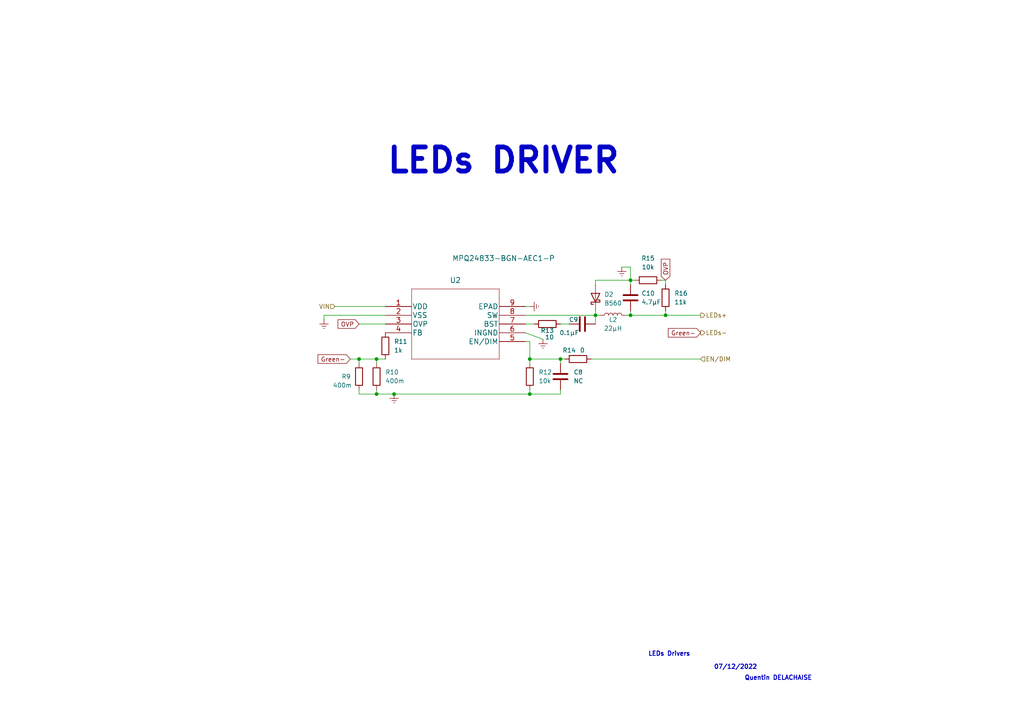
<source format=kicad_sch>
(kicad_sch (version 20211123) (generator eeschema)

  (uuid d6b815dd-2208-4874-b508-105785636584)

  (paper "A4")

  (lib_symbols
    (symbol "2022-11-15_15-27-28:MPQ24833-BGN-AEC1-P" (pin_names (offset 0.254)) (in_bom yes) (on_board yes)
      (property "Reference" "U1" (id 0) (at 20.32 11.43 0)
        (effects (font (size 1.524 1.524)))
      )
      (property "Value" "MPQ24833-BGN-AEC1-P" (id 1) (at 20.32 7.62 0)
        (effects (font (size 1.524 1.524)))
      )
      (property "Footprint" "Package_SO:SOIC-8-1EP_3.9x4.9mm_P1.27mm_EP2.29x3mm" (id 2) (at 20.32 6.096 0)
        (effects (font (size 1.524 1.524)) hide)
      )
      (property "Datasheet" "" (id 3) (at 0 0 0)
        (effects (font (size 1.524 1.524)))
      )
      (property "ki_locked" "" (id 4) (at 0 0 0)
        (effects (font (size 1.27 1.27)))
      )
      (property "ki_fp_filters" "SOIC-8_MPQ24833-BGN-AEC1_MNP SOIC-8_MPQ24833-BGN-AEC1_MNP-M SOIC-8_MPQ24833-BGN-AEC1_MNP-L" (id 5) (at 0 0 0)
        (effects (font (size 1.27 1.27)) hide)
      )
      (symbol "MPQ24833-BGN-AEC1-P_1_1"
        (polyline
          (pts
            (xy 7.62 -15.24)
            (xy 33.02 -15.24)
          )
          (stroke (width 0.127) (type default) (color 0 0 0 0))
          (fill (type none))
        )
        (polyline
          (pts
            (xy 7.62 5.08)
            (xy 7.62 -15.24)
          )
          (stroke (width 0.127) (type default) (color 0 0 0 0))
          (fill (type none))
        )
        (polyline
          (pts
            (xy 33.02 -15.24)
            (xy 33.02 5.08)
          )
          (stroke (width 0.127) (type default) (color 0 0 0 0))
          (fill (type none))
        )
        (polyline
          (pts
            (xy 33.02 5.08)
            (xy 7.62 5.08)
          )
          (stroke (width 0.127) (type default) (color 0 0 0 0))
          (fill (type none))
        )
        (pin power_in line (at 0 0 0) (length 7.62)
          (name "VDD" (effects (font (size 1.4986 1.4986))))
          (number "1" (effects (font (size 1.4986 1.4986))))
        )
        (pin power_in line (at 0 -2.54 0) (length 7.62)
          (name "VSS" (effects (font (size 1.4986 1.4986))))
          (number "2" (effects (font (size 1.4986 1.4986))))
        )
        (pin unspecified line (at 0 -5.08 0) (length 7.62)
          (name "OVP" (effects (font (size 1.4986 1.4986))))
          (number "3" (effects (font (size 1.4986 1.4986))))
        )
        (pin unspecified line (at 0 -7.62 0) (length 7.62)
          (name "FB" (effects (font (size 1.4986 1.4986))))
          (number "4" (effects (font (size 1.4986 1.4986))))
        )
        (pin unspecified line (at 40.64 -10.16 180) (length 7.62)
          (name "EN/DIM" (effects (font (size 1.4986 1.4986))))
          (number "5" (effects (font (size 1.4986 1.4986))))
        )
        (pin power_in line (at 40.64 -7.62 180) (length 7.62)
          (name "INGND" (effects (font (size 1.4986 1.4986))))
          (number "6" (effects (font (size 1.4986 1.4986))))
        )
        (pin unspecified line (at 40.64 -5.08 180) (length 7.62)
          (name "BST" (effects (font (size 1.4986 1.4986))))
          (number "7" (effects (font (size 1.4986 1.4986))))
        )
        (pin unspecified line (at 40.64 -2.54 180) (length 7.62)
          (name "SW" (effects (font (size 1.4986 1.4986))))
          (number "8" (effects (font (size 1.4986 1.4986))))
        )
        (pin power_in line (at 40.64 0 180) (length 7.62)
          (name "EPAD" (effects (font (size 1.4986 1.4986))))
          (number "9" (effects (font (size 1.4986 1.4986))))
        )
      )
    )
    (symbol "Device:C" (pin_numbers hide) (pin_names (offset 0.254)) (in_bom yes) (on_board yes)
      (property "Reference" "C" (id 0) (at 0.635 2.54 0)
        (effects (font (size 1.27 1.27)) (justify left))
      )
      (property "Value" "C" (id 1) (at 0.635 -2.54 0)
        (effects (font (size 1.27 1.27)) (justify left))
      )
      (property "Footprint" "" (id 2) (at 0.9652 -3.81 0)
        (effects (font (size 1.27 1.27)) hide)
      )
      (property "Datasheet" "~" (id 3) (at 0 0 0)
        (effects (font (size 1.27 1.27)) hide)
      )
      (property "ki_keywords" "cap capacitor" (id 4) (at 0 0 0)
        (effects (font (size 1.27 1.27)) hide)
      )
      (property "ki_description" "Unpolarized capacitor" (id 5) (at 0 0 0)
        (effects (font (size 1.27 1.27)) hide)
      )
      (property "ki_fp_filters" "C_*" (id 6) (at 0 0 0)
        (effects (font (size 1.27 1.27)) hide)
      )
      (symbol "C_0_1"
        (polyline
          (pts
            (xy -2.032 -0.762)
            (xy 2.032 -0.762)
          )
          (stroke (width 0.508) (type default) (color 0 0 0 0))
          (fill (type none))
        )
        (polyline
          (pts
            (xy -2.032 0.762)
            (xy 2.032 0.762)
          )
          (stroke (width 0.508) (type default) (color 0 0 0 0))
          (fill (type none))
        )
      )
      (symbol "C_1_1"
        (pin passive line (at 0 3.81 270) (length 2.794)
          (name "~" (effects (font (size 1.27 1.27))))
          (number "1" (effects (font (size 1.27 1.27))))
        )
        (pin passive line (at 0 -3.81 90) (length 2.794)
          (name "~" (effects (font (size 1.27 1.27))))
          (number "2" (effects (font (size 1.27 1.27))))
        )
      )
    )
    (symbol "Device:L" (pin_numbers hide) (pin_names (offset 1.016) hide) (in_bom yes) (on_board yes)
      (property "Reference" "L" (id 0) (at -1.27 0 90)
        (effects (font (size 1.27 1.27)))
      )
      (property "Value" "L" (id 1) (at 1.905 0 90)
        (effects (font (size 1.27 1.27)))
      )
      (property "Footprint" "" (id 2) (at 0 0 0)
        (effects (font (size 1.27 1.27)) hide)
      )
      (property "Datasheet" "~" (id 3) (at 0 0 0)
        (effects (font (size 1.27 1.27)) hide)
      )
      (property "ki_keywords" "inductor choke coil reactor magnetic" (id 4) (at 0 0 0)
        (effects (font (size 1.27 1.27)) hide)
      )
      (property "ki_description" "Inductor" (id 5) (at 0 0 0)
        (effects (font (size 1.27 1.27)) hide)
      )
      (property "ki_fp_filters" "Choke_* *Coil* Inductor_* L_*" (id 6) (at 0 0 0)
        (effects (font (size 1.27 1.27)) hide)
      )
      (symbol "L_0_1"
        (arc (start 0 -2.54) (mid 0.635 -1.905) (end 0 -1.27)
          (stroke (width 0) (type default) (color 0 0 0 0))
          (fill (type none))
        )
        (arc (start 0 -1.27) (mid 0.635 -0.635) (end 0 0)
          (stroke (width 0) (type default) (color 0 0 0 0))
          (fill (type none))
        )
        (arc (start 0 0) (mid 0.635 0.635) (end 0 1.27)
          (stroke (width 0) (type default) (color 0 0 0 0))
          (fill (type none))
        )
        (arc (start 0 1.27) (mid 0.635 1.905) (end 0 2.54)
          (stroke (width 0) (type default) (color 0 0 0 0))
          (fill (type none))
        )
      )
      (symbol "L_1_1"
        (pin passive line (at 0 3.81 270) (length 1.27)
          (name "1" (effects (font (size 1.27 1.27))))
          (number "1" (effects (font (size 1.27 1.27))))
        )
        (pin passive line (at 0 -3.81 90) (length 1.27)
          (name "2" (effects (font (size 1.27 1.27))))
          (number "2" (effects (font (size 1.27 1.27))))
        )
      )
    )
    (symbol "Device:R" (pin_numbers hide) (pin_names (offset 0)) (in_bom yes) (on_board yes)
      (property "Reference" "R" (id 0) (at 2.032 0 90)
        (effects (font (size 1.27 1.27)))
      )
      (property "Value" "R" (id 1) (at 0 0 90)
        (effects (font (size 1.27 1.27)))
      )
      (property "Footprint" "" (id 2) (at -1.778 0 90)
        (effects (font (size 1.27 1.27)) hide)
      )
      (property "Datasheet" "~" (id 3) (at 0 0 0)
        (effects (font (size 1.27 1.27)) hide)
      )
      (property "ki_keywords" "R res resistor" (id 4) (at 0 0 0)
        (effects (font (size 1.27 1.27)) hide)
      )
      (property "ki_description" "Resistor" (id 5) (at 0 0 0)
        (effects (font (size 1.27 1.27)) hide)
      )
      (property "ki_fp_filters" "R_*" (id 6) (at 0 0 0)
        (effects (font (size 1.27 1.27)) hide)
      )
      (symbol "R_0_1"
        (rectangle (start -1.016 -2.54) (end 1.016 2.54)
          (stroke (width 0.254) (type default) (color 0 0 0 0))
          (fill (type none))
        )
      )
      (symbol "R_1_1"
        (pin passive line (at 0 3.81 270) (length 1.27)
          (name "~" (effects (font (size 1.27 1.27))))
          (number "1" (effects (font (size 1.27 1.27))))
        )
        (pin passive line (at 0 -3.81 90) (length 1.27)
          (name "~" (effects (font (size 1.27 1.27))))
          (number "2" (effects (font (size 1.27 1.27))))
        )
      )
    )
    (symbol "Diode:B360" (pin_numbers hide) (pin_names (offset 1.016) hide) (in_bom yes) (on_board yes)
      (property "Reference" "D" (id 0) (at 0 2.54 0)
        (effects (font (size 1.27 1.27)))
      )
      (property "Value" "B360" (id 1) (at 0 -2.54 0)
        (effects (font (size 1.27 1.27)))
      )
      (property "Footprint" "Diode_SMD:D_SMC" (id 2) (at 0 -4.445 0)
        (effects (font (size 1.27 1.27)) hide)
      )
      (property "Datasheet" "http://www.jameco.com/Jameco/Products/ProdDS/1538777.pdf" (id 3) (at 0 0 0)
        (effects (font (size 1.27 1.27)) hide)
      )
      (property "ki_keywords" "diode Schottky" (id 4) (at 0 0 0)
        (effects (font (size 1.27 1.27)) hide)
      )
      (property "ki_description" "60V 3A Schottky Barrier Rectifier Diode, SMC" (id 5) (at 0 0 0)
        (effects (font (size 1.27 1.27)) hide)
      )
      (property "ki_fp_filters" "D*SMC*" (id 6) (at 0 0 0)
        (effects (font (size 1.27 1.27)) hide)
      )
      (symbol "B360_0_1"
        (polyline
          (pts
            (xy 1.27 0)
            (xy -1.27 0)
          )
          (stroke (width 0) (type default) (color 0 0 0 0))
          (fill (type none))
        )
        (polyline
          (pts
            (xy 1.27 1.27)
            (xy 1.27 -1.27)
            (xy -1.27 0)
            (xy 1.27 1.27)
          )
          (stroke (width 0.254) (type default) (color 0 0 0 0))
          (fill (type none))
        )
        (polyline
          (pts
            (xy -1.905 0.635)
            (xy -1.905 1.27)
            (xy -1.27 1.27)
            (xy -1.27 -1.27)
            (xy -0.635 -1.27)
            (xy -0.635 -0.635)
          )
          (stroke (width 0.254) (type default) (color 0 0 0 0))
          (fill (type none))
        )
      )
      (symbol "B360_1_1"
        (pin passive line (at -3.81 0 0) (length 2.54)
          (name "K" (effects (font (size 1.27 1.27))))
          (number "1" (effects (font (size 1.27 1.27))))
        )
        (pin passive line (at 3.81 0 180) (length 2.54)
          (name "A" (effects (font (size 1.27 1.27))))
          (number "2" (effects (font (size 1.27 1.27))))
        )
      )
    )
    (symbol "power:Earth" (power) (pin_names (offset 0)) (in_bom yes) (on_board yes)
      (property "Reference" "#PWR" (id 0) (at 0 -6.35 0)
        (effects (font (size 1.27 1.27)) hide)
      )
      (property "Value" "Earth" (id 1) (at 0 -3.81 0)
        (effects (font (size 1.27 1.27)) hide)
      )
      (property "Footprint" "" (id 2) (at 0 0 0)
        (effects (font (size 1.27 1.27)) hide)
      )
      (property "Datasheet" "~" (id 3) (at 0 0 0)
        (effects (font (size 1.27 1.27)) hide)
      )
      (property "ki_keywords" "power-flag ground gnd" (id 4) (at 0 0 0)
        (effects (font (size 1.27 1.27)) hide)
      )
      (property "ki_description" "Power symbol creates a global label with name \"Earth\"" (id 5) (at 0 0 0)
        (effects (font (size 1.27 1.27)) hide)
      )
      (symbol "Earth_0_1"
        (polyline
          (pts
            (xy -0.635 -1.905)
            (xy 0.635 -1.905)
          )
          (stroke (width 0) (type default) (color 0 0 0 0))
          (fill (type none))
        )
        (polyline
          (pts
            (xy -0.127 -2.54)
            (xy 0.127 -2.54)
          )
          (stroke (width 0) (type default) (color 0 0 0 0))
          (fill (type none))
        )
        (polyline
          (pts
            (xy 0 -1.27)
            (xy 0 0)
          )
          (stroke (width 0) (type default) (color 0 0 0 0))
          (fill (type none))
        )
        (polyline
          (pts
            (xy 1.27 -1.27)
            (xy -1.27 -1.27)
          )
          (stroke (width 0) (type default) (color 0 0 0 0))
          (fill (type none))
        )
      )
      (symbol "Earth_1_1"
        (pin power_in line (at 0 0 270) (length 0) hide
          (name "Earth" (effects (font (size 1.27 1.27))))
          (number "1" (effects (font (size 1.27 1.27))))
        )
      )
    )
  )

  (junction (at 153.67 104.14) (diameter 0) (color 0 0 0 0)
    (uuid 0e40d9a4-3c20-40fb-8a50-bc5aeb5e4f47)
  )
  (junction (at 193.04 91.44) (diameter 0) (color 0 0 0 0)
    (uuid 14d9e8aa-7a79-45a7-a68d-fecbd1e107c6)
  )
  (junction (at 182.88 81.28) (diameter 0) (color 0 0 0 0)
    (uuid 34f2988d-5478-4907-b467-24b5c068d3b2)
  )
  (junction (at 182.88 91.44) (diameter 0) (color 0 0 0 0)
    (uuid 4cacf17e-74f3-4077-8842-255e3872a622)
  )
  (junction (at 109.22 104.14) (diameter 0) (color 0 0 0 0)
    (uuid 596bd328-0819-43b4-a48f-f483e9b464a3)
  )
  (junction (at 162.56 104.14) (diameter 0) (color 0 0 0 0)
    (uuid 7230237a-adfb-4a83-8004-7b2d9d6fb050)
  )
  (junction (at 172.72 91.44) (diameter 0) (color 0 0 0 0)
    (uuid 8f183b73-e952-4a5a-8d79-ee61c62ee3ed)
  )
  (junction (at 109.22 114.3) (diameter 0) (color 0 0 0 0)
    (uuid a7f6d442-d3ea-4b37-a73c-69de2427d050)
  )
  (junction (at 114.3 114.3) (diameter 0) (color 0 0 0 0)
    (uuid d5e2903c-87c1-4050-80ac-cf146455beb6)
  )
  (junction (at 153.67 114.3) (diameter 0) (color 0 0 0 0)
    (uuid d756492c-4506-4b87-8ec9-b9a0d9e3b503)
  )
  (junction (at 104.14 104.14) (diameter 0) (color 0 0 0 0)
    (uuid e1c92ceb-cbff-4ac7-9abb-fef31c4dc831)
  )

  (wire (pts (xy 182.88 81.28) (xy 182.88 82.55))
    (stroke (width 0) (type default) (color 0 0 0 0))
    (uuid 0ab9fdff-26b9-49bb-a351-bb9e703b2964)
  )
  (wire (pts (xy 153.67 114.3) (xy 162.56 114.3))
    (stroke (width 0) (type default) (color 0 0 0 0))
    (uuid 13927988-cdcb-4332-859e-b18817518b72)
  )
  (wire (pts (xy 153.67 113.03) (xy 153.67 114.3))
    (stroke (width 0) (type default) (color 0 0 0 0))
    (uuid 1a1c8127-e0f1-4fb9-b0c1-e2bae1e54eca)
  )
  (wire (pts (xy 153.67 99.06) (xy 153.67 104.14))
    (stroke (width 0) (type default) (color 0 0 0 0))
    (uuid 1cc04f02-a48a-4dd3-8f22-0dc06fb3730e)
  )
  (wire (pts (xy 182.88 91.44) (xy 193.04 91.44))
    (stroke (width 0) (type default) (color 0 0 0 0))
    (uuid 1d2ad9a1-9da9-41cf-84db-2c8259c314b2)
  )
  (wire (pts (xy 114.3 114.3) (xy 109.22 114.3))
    (stroke (width 0) (type default) (color 0 0 0 0))
    (uuid 1e1e8c9c-c987-453c-8183-c196fb49313e)
  )
  (wire (pts (xy 182.88 77.47) (xy 182.88 81.28))
    (stroke (width 0) (type default) (color 0 0 0 0))
    (uuid 34554f07-4b94-4908-9f8d-e134366d53e1)
  )
  (wire (pts (xy 181.61 91.44) (xy 182.88 91.44))
    (stroke (width 0) (type default) (color 0 0 0 0))
    (uuid 3cbbf34d-4bf0-484f-b5dd-8a187b54460a)
  )
  (wire (pts (xy 152.4 88.9) (xy 153.67 88.9))
    (stroke (width 0) (type default) (color 0 0 0 0))
    (uuid 46482f22-8d31-4a7b-9f16-73182f8518ca)
  )
  (wire (pts (xy 152.4 91.44) (xy 172.72 91.44))
    (stroke (width 0) (type default) (color 0 0 0 0))
    (uuid 4c79615a-4977-499c-9b1c-0149bf82cc92)
  )
  (wire (pts (xy 101.6 104.14) (xy 104.14 104.14))
    (stroke (width 0) (type default) (color 0 0 0 0))
    (uuid 4d0d1ece-8d26-464e-a70b-357492aba1c9)
  )
  (wire (pts (xy 171.45 104.14) (xy 203.2 104.14))
    (stroke (width 0) (type default) (color 0 0 0 0))
    (uuid 59219387-b974-41e9-83a9-f447ae42cc02)
  )
  (wire (pts (xy 172.72 82.55) (xy 172.72 81.28))
    (stroke (width 0) (type default) (color 0 0 0 0))
    (uuid 599c2596-491b-4eb1-995d-f5aeaea7dcbb)
  )
  (wire (pts (xy 153.67 104.14) (xy 162.56 104.14))
    (stroke (width 0) (type default) (color 0 0 0 0))
    (uuid 5e4b52a6-0c5c-4916-99ea-7783526e329a)
  )
  (wire (pts (xy 172.72 90.17) (xy 172.72 91.44))
    (stroke (width 0) (type default) (color 0 0 0 0))
    (uuid 6c6ca83a-c645-47e0-b186-19fa40c4ad95)
  )
  (wire (pts (xy 180.34 77.47) (xy 182.88 77.47))
    (stroke (width 0) (type default) (color 0 0 0 0))
    (uuid 7086c5f7-2c53-4958-a032-c2bd22fe533e)
  )
  (wire (pts (xy 97.155 88.9) (xy 111.76 88.9))
    (stroke (width 0) (type default) (color 0 0 0 0))
    (uuid 70d8e4c9-b344-4598-9b8c-53d217e72d51)
  )
  (wire (pts (xy 172.72 91.44) (xy 173.99 91.44))
    (stroke (width 0) (type default) (color 0 0 0 0))
    (uuid 7131451a-c4b8-4366-9d76-e14538d82810)
  )
  (wire (pts (xy 104.14 113.03) (xy 104.14 114.3))
    (stroke (width 0) (type default) (color 0 0 0 0))
    (uuid 72410e1c-443c-4045-8745-0fbed655261b)
  )
  (wire (pts (xy 109.22 104.14) (xy 111.76 104.14))
    (stroke (width 0) (type default) (color 0 0 0 0))
    (uuid 751e5a06-864f-4e1d-9822-bde63576fab1)
  )
  (wire (pts (xy 152.4 99.06) (xy 153.67 99.06))
    (stroke (width 0) (type default) (color 0 0 0 0))
    (uuid 785206a0-8675-4ff8-957a-7c3d494fbdfe)
  )
  (wire (pts (xy 114.3 114.3) (xy 153.67 114.3))
    (stroke (width 0) (type default) (color 0 0 0 0))
    (uuid 78d49b5b-c0e2-4528-9058-19e5847627da)
  )
  (wire (pts (xy 104.14 104.14) (xy 109.22 104.14))
    (stroke (width 0) (type default) (color 0 0 0 0))
    (uuid 7d871f57-06fb-4613-b193-8e054f128f5a)
  )
  (wire (pts (xy 162.56 104.14) (xy 162.56 105.41))
    (stroke (width 0) (type default) (color 0 0 0 0))
    (uuid 83c15ce8-56ac-4999-94ed-c1b9c58ae073)
  )
  (wire (pts (xy 172.72 81.28) (xy 182.88 81.28))
    (stroke (width 0) (type default) (color 0 0 0 0))
    (uuid 869ac375-8e21-4f30-96a1-223b8647c628)
  )
  (wire (pts (xy 111.76 91.44) (xy 93.98 91.44))
    (stroke (width 0) (type default) (color 0 0 0 0))
    (uuid 91c9b3db-dc8b-4053-b39f-efd89e54736d)
  )
  (wire (pts (xy 152.4 96.52) (xy 157.48 98.425))
    (stroke (width 0) (type default) (color 0 0 0 0))
    (uuid 9d3247f0-0ee6-40ca-82b1-3e694fd00f40)
  )
  (wire (pts (xy 193.04 91.44) (xy 203.2 91.44))
    (stroke (width 0) (type default) (color 0 0 0 0))
    (uuid a77af939-00ad-4206-8a67-146a9f921011)
  )
  (wire (pts (xy 93.98 91.44) (xy 93.98 92.71))
    (stroke (width 0) (type default) (color 0 0 0 0))
    (uuid a9a62bb6-0d99-4707-a78c-bcd3e6accbab)
  )
  (wire (pts (xy 104.14 105.41) (xy 104.14 104.14))
    (stroke (width 0) (type default) (color 0 0 0 0))
    (uuid b1819cfe-0645-4838-92e7-2ee5b96e206d)
  )
  (wire (pts (xy 104.14 93.98) (xy 111.76 93.98))
    (stroke (width 0) (type default) (color 0 0 0 0))
    (uuid b31be3af-8d25-4158-980e-bb0285958776)
  )
  (wire (pts (xy 193.04 81.28) (xy 191.77 81.28))
    (stroke (width 0) (type default) (color 0 0 0 0))
    (uuid b9794c5b-e948-4a0c-8e7f-ab6343ee0a3f)
  )
  (wire (pts (xy 152.4 93.98) (xy 154.94 93.98))
    (stroke (width 0) (type default) (color 0 0 0 0))
    (uuid ba81f198-fbee-4113-bff3-53ad39f68091)
  )
  (wire (pts (xy 172.72 91.44) (xy 172.72 93.98))
    (stroke (width 0) (type default) (color 0 0 0 0))
    (uuid bacace2a-1f35-43a3-a709-4ae2967c1fd5)
  )
  (wire (pts (xy 182.88 90.17) (xy 182.88 91.44))
    (stroke (width 0) (type default) (color 0 0 0 0))
    (uuid bf3ff312-2972-4918-8e90-472385c8ac12)
  )
  (wire (pts (xy 162.56 93.98) (xy 165.1 93.98))
    (stroke (width 0) (type default) (color 0 0 0 0))
    (uuid c2159ec9-220a-4700-95b3-773063ef36c1)
  )
  (wire (pts (xy 193.04 90.17) (xy 193.04 91.44))
    (stroke (width 0) (type default) (color 0 0 0 0))
    (uuid c3553ed2-4b21-4e0a-8af8-d90a99b3f56d)
  )
  (wire (pts (xy 162.56 104.14) (xy 163.83 104.14))
    (stroke (width 0) (type default) (color 0 0 0 0))
    (uuid c959539a-6f92-4b64-bb0c-8196488c37ad)
  )
  (wire (pts (xy 109.22 105.41) (xy 109.22 104.14))
    (stroke (width 0) (type default) (color 0 0 0 0))
    (uuid d09e0f04-0785-45ad-98f4-68cec968e40d)
  )
  (wire (pts (xy 109.22 114.3) (xy 104.14 114.3))
    (stroke (width 0) (type default) (color 0 0 0 0))
    (uuid d76a52a9-1949-4768-b1c7-ce9034bd416f)
  )
  (wire (pts (xy 162.56 114.3) (xy 162.56 113.03))
    (stroke (width 0) (type default) (color 0 0 0 0))
    (uuid da39fce8-135a-4505-865b-9a3dd1a53cf8)
  )
  (wire (pts (xy 193.04 82.55) (xy 193.04 81.28))
    (stroke (width 0) (type default) (color 0 0 0 0))
    (uuid dd7905d5-b2da-494a-a103-3484df994db4)
  )
  (wire (pts (xy 109.22 113.03) (xy 109.22 114.3))
    (stroke (width 0) (type default) (color 0 0 0 0))
    (uuid e0526c76-97ff-486b-ae7f-50aa9de4167d)
  )
  (wire (pts (xy 153.67 104.14) (xy 153.67 105.41))
    (stroke (width 0) (type default) (color 0 0 0 0))
    (uuid ebd12142-6622-44b1-9b20-2e5236455614)
  )
  (wire (pts (xy 182.88 81.28) (xy 184.15 81.28))
    (stroke (width 0) (type default) (color 0 0 0 0))
    (uuid ed266425-56e7-4fbf-9021-c6fc155f5c5f)
  )

  (text "LEDs DRIVER\n" (at 111.76 50.8 0)
    (effects (font (size 7 7) (thickness 1.4) bold) (justify left bottom))
    (uuid 9c1d4166-59f1-405d-a285-56396c0b8cbe)
  )
  (text "Quentin DELACHAISE" (at 215.9 197.485 0)
    (effects (font (size 1.27 1.27) bold) (justify left bottom))
    (uuid a4f29c61-a20a-4d77-8f00-2723f1a7f9d6)
  )
  (text "LEDs Drivers" (at 187.96 190.5 0)
    (effects (font (size 1.27 1.27) bold) (justify left bottom))
    (uuid d259db25-0808-4ced-ae4d-522837f5eb32)
  )
  (text "07/12/2022" (at 207.01 194.31 0)
    (effects (font (size 1.27 1.27) bold) (justify left bottom))
    (uuid d39a55dc-f49f-4bf4-acec-f23db54962b2)
  )

  (global_label "Green-" (shape input) (at 101.6 104.14 180) (fields_autoplaced)
    (effects (font (size 1.27 1.27)) (justify right))
    (uuid 0c73c092-5402-403c-8ec2-af4ab457e04d)
    (property "Références Inter-Feuilles" "${INTERSHEET_REFS}" (id 0) (at 92.2321 104.0606 0)
      (effects (font (size 1.27 1.27)) (justify right) hide)
    )
  )
  (global_label "OVP" (shape input) (at 193.04 81.28 90) (fields_autoplaced)
    (effects (font (size 1.27 1.27)) (justify left))
    (uuid 84dc61d1-e069-4103-bbcf-53ddad07b6e9)
    (property "Références Inter-Feuilles" "${INTERSHEET_REFS}" (id 0) (at 193.1194 75.1779 90)
      (effects (font (size 1.27 1.27)) (justify left) hide)
    )
  )
  (global_label "OVP" (shape input) (at 104.14 93.98 180) (fields_autoplaced)
    (effects (font (size 1.27 1.27)) (justify right))
    (uuid 9314a7ab-c581-4094-a657-2333e465fd4e)
    (property "Références Inter-Feuilles" "${INTERSHEET_REFS}" (id 0) (at 98.0379 93.9006 0)
      (effects (font (size 1.27 1.27)) (justify right) hide)
    )
  )
  (global_label "Green-" (shape input) (at 203.2 96.52 180) (fields_autoplaced)
    (effects (font (size 1.27 1.27)) (justify right))
    (uuid f03cc6ad-7c07-43db-b58c-9499e3bc5cad)
    (property "Références Inter-Feuilles" "${INTERSHEET_REFS}" (id 0) (at 193.8321 96.4406 0)
      (effects (font (size 1.27 1.27)) (justify right) hide)
    )
  )

  (hierarchical_label "LEDs-" (shape output) (at 203.2 96.52 0)
    (effects (font (size 1.27 1.27)) (justify left))
    (uuid 6973938b-054e-4107-82c2-5636d1a131bf)
  )
  (hierarchical_label "LEDs+" (shape output) (at 203.2 91.44 0)
    (effects (font (size 1.27 1.27)) (justify left))
    (uuid 76c05f9f-a035-4b5b-9f78-e1dc24efbb27)
  )
  (hierarchical_label "EN{slash}DIM" (shape input) (at 203.2 104.14 0)
    (effects (font (size 1.27 1.27)) (justify left))
    (uuid 88721db7-76f8-4261-83ab-29547f267c08)
  )
  (hierarchical_label "VIN" (shape input) (at 97.155 88.9 180)
    (effects (font (size 1.27 1.27)) (justify right))
    (uuid b1f251df-b96f-4427-aa4f-ca8e4449a280)
  )

  (symbol (lib_id "power:Earth") (at 114.3 114.3 0) (unit 1)
    (in_bom yes) (on_board yes) (fields_autoplaced)
    (uuid 07887b49-72d5-462c-97f9-cdf832aaccaf)
    (property "Reference" "#PWR08" (id 0) (at 114.3 120.65 0)
      (effects (font (size 1.27 1.27)) hide)
    )
    (property "Value" "Earth" (id 1) (at 114.3 118.11 0)
      (effects (font (size 1.27 1.27)) hide)
    )
    (property "Footprint" "" (id 2) (at 114.3 114.3 0)
      (effects (font (size 1.27 1.27)) hide)
    )
    (property "Datasheet" "~" (id 3) (at 114.3 114.3 0)
      (effects (font (size 1.27 1.27)) hide)
    )
    (pin "1" (uuid 7cadfdba-d704-4f99-a5ea-34947a2b91f2))
  )

  (symbol (lib_id "Device:R") (at 104.14 109.22 180) (unit 1)
    (in_bom yes) (on_board yes)
    (uuid 1b9350d3-3fc0-4549-9d29-582d91dcf21e)
    (property "Reference" "R9" (id 0) (at 99.06 109.22 0)
      (effects (font (size 1.27 1.27)) (justify right))
    )
    (property "Value" "400m" (id 1) (at 96.52 111.76 0)
      (effects (font (size 1.27 1.27)) (justify right))
    )
    (property "Footprint" "Resistor_SMD:R_1206_3216Metric_Pad1.30x1.75mm_HandSolder" (id 2) (at 105.918 109.22 90)
      (effects (font (size 1.27 1.27)) hide)
    )
    (property "Datasheet" "~" (id 3) (at 104.14 109.22 0)
      (effects (font (size 1.27 1.27)) hide)
    )
    (pin "1" (uuid f4c0b70b-6a98-4b1e-a337-114d45afdae5))
    (pin "2" (uuid 44cf2f6f-20f9-4ce7-bbc5-a7a2179f4480))
  )

  (symbol (lib_id "power:Earth") (at 93.98 92.71 0) (unit 1)
    (in_bom yes) (on_board yes) (fields_autoplaced)
    (uuid 3b1d85f5-fe0f-4fdb-b97e-06e56e4d6bc5)
    (property "Reference" "#PWR07" (id 0) (at 93.98 99.06 0)
      (effects (font (size 1.27 1.27)) hide)
    )
    (property "Value" "Earth" (id 1) (at 93.98 96.52 0)
      (effects (font (size 1.27 1.27)) hide)
    )
    (property "Footprint" "" (id 2) (at 93.98 92.71 0)
      (effects (font (size 1.27 1.27)) hide)
    )
    (property "Datasheet" "~" (id 3) (at 93.98 92.71 0)
      (effects (font (size 1.27 1.27)) hide)
    )
    (pin "1" (uuid 7bd2e01e-934d-4d50-9f7c-d9e7bcb22cb8))
  )

  (symbol (lib_id "Device:C") (at 162.56 109.22 0) (unit 1)
    (in_bom yes) (on_board yes) (fields_autoplaced)
    (uuid 404a8128-e05f-4190-a3fb-0ea2ea19e7e2)
    (property "Reference" "C8" (id 0) (at 166.37 107.9499 0)
      (effects (font (size 1.27 1.27)) (justify left))
    )
    (property "Value" "NC" (id 1) (at 166.37 110.4899 0)
      (effects (font (size 1.27 1.27)) (justify left))
    )
    (property "Footprint" "Capacitor_SMD:C_0201_0603Metric_Pad0.64x0.40mm_HandSolder" (id 2) (at 163.5252 113.03 0)
      (effects (font (size 1.27 1.27)) hide)
    )
    (property "Datasheet" "~" (id 3) (at 162.56 109.22 0)
      (effects (font (size 1.27 1.27)) hide)
    )
    (pin "1" (uuid 27fa588e-ca82-4c0a-b767-92cc8e5118fe))
    (pin "2" (uuid 57cdd925-9ead-4475-820c-211d6d248b23))
  )

  (symbol (lib_id "Device:R") (at 187.96 81.28 270) (unit 1)
    (in_bom yes) (on_board yes) (fields_autoplaced)
    (uuid 44685e68-bcb1-4bc7-afd3-f0845553cdf9)
    (property "Reference" "R15" (id 0) (at 187.96 74.93 90))
    (property "Value" "10k" (id 1) (at 187.96 77.47 90))
    (property "Footprint" "Resistor_SMD:R_0603_1608Metric_Pad0.98x0.95mm_HandSolder" (id 2) (at 187.96 79.502 90)
      (effects (font (size 1.27 1.27)) hide)
    )
    (property "Datasheet" "~" (id 3) (at 187.96 81.28 0)
      (effects (font (size 1.27 1.27)) hide)
    )
    (pin "1" (uuid 39b21fd5-d5f8-42b4-b309-6dba9430a7f5))
    (pin "2" (uuid 7bfd6a18-0226-422d-b498-9b0fd14055c0))
  )

  (symbol (lib_id "Device:R") (at 111.76 100.33 180) (unit 1)
    (in_bom yes) (on_board yes) (fields_autoplaced)
    (uuid 5e10f035-ba06-4f57-8502-266b1e69106b)
    (property "Reference" "R11" (id 0) (at 114.3 99.0599 0)
      (effects (font (size 1.27 1.27)) (justify right))
    )
    (property "Value" "1k" (id 1) (at 114.3 101.5999 0)
      (effects (font (size 1.27 1.27)) (justify right))
    )
    (property "Footprint" "Resistor_SMD:R_0603_1608Metric_Pad0.98x0.95mm_HandSolder" (id 2) (at 113.538 100.33 90)
      (effects (font (size 1.27 1.27)) hide)
    )
    (property "Datasheet" "~" (id 3) (at 111.76 100.33 0)
      (effects (font (size 1.27 1.27)) hide)
    )
    (pin "1" (uuid f82ce678-e611-4a02-9f5a-8791ab5bafdd))
    (pin "2" (uuid 9da995ef-1b11-4c1b-91c9-1fb22766e959))
  )

  (symbol (lib_id "power:Earth") (at 153.67 88.9 90) (mirror x) (unit 1)
    (in_bom yes) (on_board yes) (fields_autoplaced)
    (uuid 6ad43d34-18a3-402b-973a-8afca71426be)
    (property "Reference" "#PWR010" (id 0) (at 160.02 88.9 0)
      (effects (font (size 1.27 1.27)) hide)
    )
    (property "Value" "Earth" (id 1) (at 157.48 88.9 0)
      (effects (font (size 1.27 1.27)) hide)
    )
    (property "Footprint" "" (id 2) (at 153.67 88.9 0)
      (effects (font (size 1.27 1.27)) hide)
    )
    (property "Datasheet" "~" (id 3) (at 153.67 88.9 0)
      (effects (font (size 1.27 1.27)) hide)
    )
    (pin "1" (uuid 087dff44-5cdf-4664-a1bc-687c5c0e8cbb))
  )

  (symbol (lib_id "Device:C") (at 182.88 86.36 180) (unit 1)
    (in_bom yes) (on_board yes)
    (uuid 997df0f1-e6f5-4a25-a6aa-b283b09da7b0)
    (property "Reference" "C10" (id 0) (at 186.055 85.09 0)
      (effects (font (size 1.27 1.27)) (justify right))
    )
    (property "Value" "4.7µF" (id 1) (at 186.055 87.63 0)
      (effects (font (size 1.27 1.27)) (justify right))
    )
    (property "Footprint" "Capacitor_SMD:CP_Elec_5x5.4" (id 2) (at 181.9148 82.55 0)
      (effects (font (size 1.27 1.27)) hide)
    )
    (property "Datasheet" "~" (id 3) (at 182.88 86.36 0)
      (effects (font (size 1.27 1.27)) hide)
    )
    (pin "1" (uuid 0982c481-51db-43d9-a96d-87c501b34a26))
    (pin "2" (uuid 63a81562-60a5-453a-893e-a14317783776))
  )

  (symbol (lib_id "Device:R") (at 167.64 104.14 90) (unit 1)
    (in_bom yes) (on_board yes)
    (uuid 9afdf0dc-e133-412a-9fc0-784bc4cd5f5f)
    (property "Reference" "R14" (id 0) (at 165.1 101.6 90))
    (property "Value" "0" (id 1) (at 168.91 101.6 90))
    (property "Footprint" "Resistor_SMD:R_0603_1608Metric_Pad0.98x0.95mm_HandSolder" (id 2) (at 167.64 105.918 90)
      (effects (font (size 1.27 1.27)) hide)
    )
    (property "Datasheet" "~" (id 3) (at 167.64 104.14 0)
      (effects (font (size 1.27 1.27)) hide)
    )
    (pin "1" (uuid 1de01d63-1e39-4290-8b25-485d808b2032))
    (pin "2" (uuid 4877be16-3c3c-4a32-b5b0-3651eaa4b794))
  )

  (symbol (lib_id "power:Earth") (at 157.48 98.425 0) (unit 1)
    (in_bom yes) (on_board yes) (fields_autoplaced)
    (uuid a5ce51ce-3cd7-40dd-9b86-0e6646b0e341)
    (property "Reference" "#PWR011" (id 0) (at 157.48 104.775 0)
      (effects (font (size 1.27 1.27)) hide)
    )
    (property "Value" "Earth" (id 1) (at 157.48 102.235 0)
      (effects (font (size 1.27 1.27)) hide)
    )
    (property "Footprint" "" (id 2) (at 157.48 98.425 0)
      (effects (font (size 1.27 1.27)) hide)
    )
    (property "Datasheet" "~" (id 3) (at 157.48 98.425 0)
      (effects (font (size 1.27 1.27)) hide)
    )
    (pin "1" (uuid 0c169402-92c2-4be5-b767-f03ced8bf2e4))
  )

  (symbol (lib_id "Diode:B360") (at 172.72 86.36 90) (unit 1)
    (in_bom yes) (on_board yes) (fields_autoplaced)
    (uuid b34c4bfe-da5d-49ba-a58d-8c601df1a641)
    (property "Reference" "D2" (id 0) (at 175.26 85.4074 90)
      (effects (font (size 1.27 1.27)) (justify right))
    )
    (property "Value" "B560" (id 1) (at 175.26 87.9474 90)
      (effects (font (size 1.27 1.27)) (justify right))
    )
    (property "Footprint" "Diode_SMD:D_SMC" (id 2) (at 177.165 86.36 0)
      (effects (font (size 1.27 1.27)) hide)
    )
    (property "Datasheet" "http://www.jameco.com/Jameco/Products/ProdDS/1538777.pdf" (id 3) (at 172.72 86.36 0)
      (effects (font (size 1.27 1.27)) hide)
    )
    (pin "1" (uuid 31b11795-f290-473c-bbb9-48ed7df1e259))
    (pin "2" (uuid b772c3e4-edd2-4aea-9613-766d55cb4610))
  )

  (symbol (lib_id "Device:L") (at 177.8 91.44 90) (unit 1)
    (in_bom yes) (on_board yes)
    (uuid b69ac21c-75de-45c3-9fe2-cdec52cc061f)
    (property "Reference" "L2" (id 0) (at 177.8 92.71 90))
    (property "Value" "22µH" (id 1) (at 177.8 95.25 90))
    (property "Footprint" "Inductor_SMD:L_12x12mm_H8mm" (id 2) (at 177.8 91.44 0)
      (effects (font (size 1.27 1.27)) hide)
    )
    (property "Datasheet" "~" (id 3) (at 177.8 91.44 0)
      (effects (font (size 1.27 1.27)) hide)
    )
    (pin "1" (uuid 4a53e443-3c93-4ba0-826e-732574409e32))
    (pin "2" (uuid d44e46c1-e227-4f99-a49d-0e7eb20def27))
  )

  (symbol (lib_id "2022-11-15_15-27-28:MPQ24833-BGN-AEC1-P") (at 111.76 88.9 0) (unit 1)
    (in_bom yes) (on_board yes)
    (uuid d5b3212a-b520-4dfb-8dbf-751f7222887a)
    (property "Reference" "U2" (id 0) (at 132.08 81.28 0)
      (effects (font (size 1.524 1.524)))
    )
    (property "Value" "MPQ24833-BGN-AEC1-P" (id 1) (at 146.05 74.93 0)
      (effects (font (size 1.524 1.524)))
    )
    (property "Footprint" "Package_SO:SOIC-8-1EP_3.9x4.9mm_P1.27mm_EP2.29x3mm" (id 2) (at 132.08 82.804 0)
      (effects (font (size 1.524 1.524)) hide)
    )
    (property "Datasheet" "" (id 3) (at 111.76 88.9 0)
      (effects (font (size 1.524 1.524)) hide)
    )
    (pin "1" (uuid 375bdf53-adb8-493f-a23d-048ceec70920))
    (pin "2" (uuid 50f33686-e59a-44d7-a7f7-d3c530e0f151))
    (pin "3" (uuid 4b546e0e-c230-46cf-b8b5-857b0d238837))
    (pin "4" (uuid 376c2d26-3cd6-434a-ab39-2b76b996d9ae))
    (pin "5" (uuid 1d4efb03-ba6e-40e5-8bae-9fab820a2675))
    (pin "6" (uuid 0f9f9549-a8bd-4274-84b7-a61a21be7fb5))
    (pin "7" (uuid 0cef382e-4591-4ad2-a107-ccfb6c4e98b0))
    (pin "8" (uuid 97d7d9f4-7369-4676-a691-e38ae7e52bc4))
    (pin "9" (uuid 2bfc981f-877b-4e49-8804-152545e99305))
  )

  (symbol (lib_id "Device:C") (at 168.91 93.98 90) (unit 1)
    (in_bom yes) (on_board yes)
    (uuid e0c5f2d1-459b-4588-abf0-aac833a81965)
    (property "Reference" "C9" (id 0) (at 166.37 92.71 90))
    (property "Value" "0.1µF" (id 1) (at 165.1 96.52 90))
    (property "Footprint" "Capacitor_SMD:C_0201_0603Metric_Pad0.64x0.40mm_HandSolder" (id 2) (at 172.72 93.0148 0)
      (effects (font (size 1.27 1.27)) hide)
    )
    (property "Datasheet" "~" (id 3) (at 168.91 93.98 0)
      (effects (font (size 1.27 1.27)) hide)
    )
    (pin "1" (uuid f876077e-fd54-4223-9f49-6605a008ce28))
    (pin "2" (uuid 7ae971d1-b972-422b-ae3c-9631d76f8c78))
  )

  (symbol (lib_id "Device:R") (at 109.22 109.22 180) (unit 1)
    (in_bom yes) (on_board yes) (fields_autoplaced)
    (uuid e24c4617-da62-4d83-b6cc-250d0935826d)
    (property "Reference" "R10" (id 0) (at 111.76 107.9499 0)
      (effects (font (size 1.27 1.27)) (justify right))
    )
    (property "Value" "400m" (id 1) (at 111.76 110.4899 0)
      (effects (font (size 1.27 1.27)) (justify right))
    )
    (property "Footprint" "Resistor_SMD:R_1206_3216Metric_Pad1.30x1.75mm_HandSolder" (id 2) (at 110.998 109.22 90)
      (effects (font (size 1.27 1.27)) hide)
    )
    (property "Datasheet" "~" (id 3) (at 109.22 109.22 0)
      (effects (font (size 1.27 1.27)) hide)
    )
    (pin "1" (uuid 81641736-1cce-4157-883f-43cf9f139d06))
    (pin "2" (uuid f2d90041-cef2-4419-b04b-d49b71d9482f))
  )

  (symbol (lib_id "Device:R") (at 193.04 86.36 180) (unit 1)
    (in_bom yes) (on_board yes) (fields_autoplaced)
    (uuid e58aa4d1-b393-4d58-baeb-7fe9cf6e5675)
    (property "Reference" "R16" (id 0) (at 195.58 85.0899 0)
      (effects (font (size 1.27 1.27)) (justify right))
    )
    (property "Value" "11k" (id 1) (at 195.58 87.6299 0)
      (effects (font (size 1.27 1.27)) (justify right))
    )
    (property "Footprint" "Resistor_SMD:R_0603_1608Metric_Pad0.98x0.95mm_HandSolder" (id 2) (at 194.818 86.36 90)
      (effects (font (size 1.27 1.27)) hide)
    )
    (property "Datasheet" "~" (id 3) (at 193.04 86.36 0)
      (effects (font (size 1.27 1.27)) hide)
    )
    (pin "1" (uuid ed674e07-ffb5-48de-b76e-db37ee842dee))
    (pin "2" (uuid 37edd1fa-dbd2-42e4-978a-378453e40f89))
  )

  (symbol (lib_id "power:Earth") (at 180.34 77.47 0) (unit 1)
    (in_bom yes) (on_board yes) (fields_autoplaced)
    (uuid e6afce00-e148-4cc0-9e07-6143feaa3676)
    (property "Reference" "#PWR012" (id 0) (at 180.34 83.82 0)
      (effects (font (size 1.27 1.27)) hide)
    )
    (property "Value" "Earth" (id 1) (at 180.34 81.28 0)
      (effects (font (size 1.27 1.27)) hide)
    )
    (property "Footprint" "" (id 2) (at 180.34 77.47 0)
      (effects (font (size 1.27 1.27)) hide)
    )
    (property "Datasheet" "~" (id 3) (at 180.34 77.47 0)
      (effects (font (size 1.27 1.27)) hide)
    )
    (pin "1" (uuid 7bed6514-efa5-4f0b-b2be-e58c2c0398cd))
  )

  (symbol (lib_id "Device:R") (at 153.67 109.22 180) (unit 1)
    (in_bom yes) (on_board yes) (fields_autoplaced)
    (uuid e8432b9c-5971-4013-89f3-5befb5171b57)
    (property "Reference" "R12" (id 0) (at 156.21 107.9499 0)
      (effects (font (size 1.27 1.27)) (justify right))
    )
    (property "Value" "10k" (id 1) (at 156.21 110.4899 0)
      (effects (font (size 1.27 1.27)) (justify right))
    )
    (property "Footprint" "Resistor_SMD:R_0603_1608Metric_Pad0.98x0.95mm_HandSolder" (id 2) (at 155.448 109.22 90)
      (effects (font (size 1.27 1.27)) hide)
    )
    (property "Datasheet" "~" (id 3) (at 153.67 109.22 0)
      (effects (font (size 1.27 1.27)) hide)
    )
    (pin "1" (uuid e1e48332-6691-428b-9d60-9c54f2660658))
    (pin "2" (uuid 31cbab07-86a4-4f52-b90a-85f9f915f428))
  )

  (symbol (lib_id "Device:R") (at 158.75 93.98 270) (unit 1)
    (in_bom yes) (on_board yes)
    (uuid f309adcb-37db-475b-a1c7-1e713fa255d4)
    (property "Reference" "R13" (id 0) (at 158.75 95.885 90))
    (property "Value" "10" (id 1) (at 159.385 97.79 90))
    (property "Footprint" "Resistor_SMD:R_0603_1608Metric_Pad0.98x0.95mm_HandSolder" (id 2) (at 158.75 92.202 90)
      (effects (font (size 1.27 1.27)) hide)
    )
    (property "Datasheet" "~" (id 3) (at 158.75 93.98 0)
      (effects (font (size 1.27 1.27)) hide)
    )
    (pin "1" (uuid 47937684-7cda-41b9-afa6-0d6e68539e70))
    (pin "2" (uuid edb349db-cba6-4b77-acb0-74423af99ddb))
  )

  (sheet_instances
    (path "/" (page "1"))
  )

  (symbol_instances
    (path "/26a77574-6a17-4f3e-b9fa-6e451bf22940"
      (reference "#PWR?") (unit 1) (value "Earth") (footprint "")
    )
    (path "/6c2efe74-aa9a-4ad0-9084-674d9f166f06"
      (reference "#PWR?") (unit 1) (value "Earth") (footprint "")
    )
    (path "/98b5ccd3-65b0-4bea-aa23-ac1f378a284c"
      (reference "#PWR?") (unit 1) (value "Earth") (footprint "")
    )
    (path "/e973efa5-6ff6-4c6e-a0e7-a60ce55cb4a2"
      (reference "#PWR?") (unit 1) (value "Earth") (footprint "")
    )
    (path "/118f8517-3d7b-44ba-bd1d-597b4009428c"
      (reference "C?") (unit 1) (value "4.7µF") (footprint "Capacitor_SMD:CP_Elec_5x5.4")
    )
    (path "/22ca1b6e-cd4b-4bf2-ac93-53a32eddc37b"
      (reference "C?") (unit 1) (value "4.7µF") (footprint "Capacitor_SMD:CP_Elec_5x5.4")
    )
    (path "/cf407f20-5900-4116-9d7b-9cbfa6935aad"
      (reference "C?") (unit 1) (value "NC") (footprint "Capacitor_SMD:C_0201_0603Metric_Pad0.64x0.40mm_HandSolder")
    )
    (path "/e20aa5a9-6d84-45fd-955f-9f66f22c5ff8"
      (reference "C?") (unit 1) (value "4.7µF") (footprint "Capacitor_SMD:CP_Elec_5x5.4")
    )
    (path "/e91ac16c-fe5a-473c-b8c5-4901c8a97fdf"
      (reference "C?") (unit 1) (value "0.1µF") (footprint "Capacitor_SMD:C_0201_0603Metric_Pad0.64x0.40mm_HandSolder")
    )
    (path "/860e47f1-db03-45c4-baca-ec2f90c918c4"
      (reference "D?") (unit 1) (value "B360") (footprint "Diode_SMD:D_SMC")
    )
    (path "/2d3ef2f1-cb2d-44f2-9fc9-3c99d9b6aa34"
      (reference "L?") (unit 1) (value "22µH") (footprint "footprints:7847709220")
    )
    (path "/0f4753d3-c71f-409b-b313-f963721d9949"
      (reference "R?") (unit 1) (value "0") (footprint "Resistor_SMD:R_0603_1608Metric_Pad0.98x0.95mm_HandSolder")
    )
    (path "/28e7ce2c-9808-45b9-8b19-0ba09119cc20"
      (reference "R?") (unit 1) (value "10") (footprint "Resistor_SMD:R_0603_1608Metric_Pad0.98x0.95mm_HandSolder")
    )
    (path "/48219136-32e1-4dc2-be15-d5291477375d"
      (reference "R?") (unit 1) (value "10k") (footprint "Resistor_SMD:R_0603_1608Metric_Pad0.98x0.95mm_HandSolder")
    )
    (path "/61d61c49-529d-4159-a521-98f1251d25cd"
      (reference "R?") (unit 1) (value "10k") (footprint "Resistor_SMD:R_0603_1608Metric_Pad0.98x0.95mm_HandSolder")
    )
    (path "/7c480b73-fc31-4e80-8028-4416d6bd7f10"
      (reference "R?") (unit 1) (value "200m") (footprint "Resistor_SMD:R_1206_3216Metric_Pad1.30x1.75mm_HandSolder")
    )
    (path "/9f8da196-3b25-4a6c-a5e9-20956c3ff215"
      (reference "R?") (unit 1) (value "100m") (footprint "Resistor_SMD:R_1206_3216Metric_Pad1.30x1.75mm_HandSolder")
    )
    (path "/ac546818-4e83-4246-9720-a5ceb9adb17e"
      (reference "R?") (unit 1) (value "1k") (footprint "Resistor_SMD:R_0603_1608Metric_Pad0.98x0.95mm_HandSolder")
    )
    (path "/acfeeb17-d2ba-4c23-86f2-16720981e2f2"
      (reference "R?") (unit 1) (value "11k") (footprint "Resistor_SMD:R_0603_1608Metric_Pad0.98x0.95mm_HandSolder")
    )
    (path "/5c919557-04a7-4d81-a18f-ed03f6a3d37b"
      (reference "U?") (unit 1) (value "MPQ24833-BGN-AEC1-P") (footprint "Package_SO:SOIC-8-1EP_3.9x4.9mm_P1.27mm_EP2.29x3mm")
    )
  )
)

</source>
